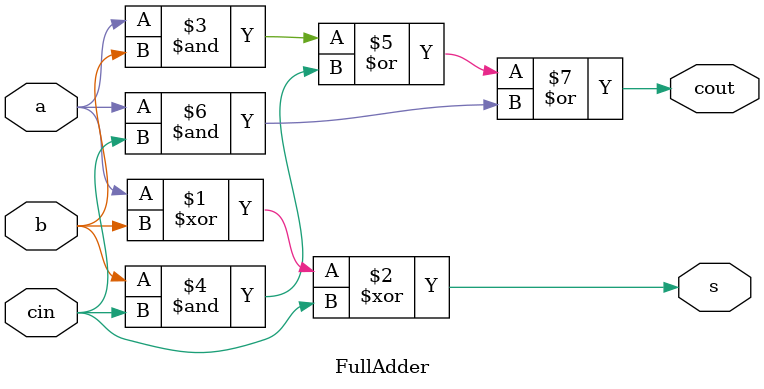
<source format=v>
module Mod7Multiplier (
    input a2, a1, a0, b2, b1, b0,
    output Z2, Z1, Z0
);
    wire P00, P01, P02, P10, P11, P12, P20, P21, P22;
    wire S20, S21, S22, C20, C21, C22;
    wire S10, C10, S11, C11, S12, C12;
    wire t0, t1, t2;
    
    // Generate partial products
    assign P00 = a0 & b0;
    assign P01 = a0 & b1;
    assign P02 = a0 & b2;
    assign P10 = a1 & b0;
    assign P11 = a1 & b1;
    assign P12 = a1 & b2;
    assign P20 = a2 & b0;
    assign P21 = a2 & b1;
    assign P22 = a2 & b2;
    
    FullAdder FA1 (.a(P00), .b(P12), .cin(P21), .s(S20), .cout(C20));
    FullAdder FA2 (.a(P01), .b(P10), .cin(P22), .s(S21), .cout(C21));
    FullAdder FA3 (.a(P02), .b(P11), .cin(P20), .s(S22), .cout(C22));
    
    HalfAdder HA1 (.a(S20), .b(C22), .sum(S10), .carry(C10));
    FullAdder FA4 (.a(C10), .b(C20), .cin(S21), .s(S11), .cout(C11));
    FullAdder FA5 (.a(C11), .b(C21), .cin(S22), .s(S12), .cout(C12));
    
    HalfAdder HA2 (.a(S10), .b(C12), .sum(Z0), .carry(t0));
    HalfAdder HA3 (.a(t0), .b(S11), .sum(Z1), .carry(t1));
    HalfAdder HA4 (.a(t1), .b(S12), .sum(Z2), .carry(t2));
    
endmodule

module HalfAdder (input a, input b, output sum, output carry);
    assign sum = a ^ b;
    assign carry = a & b;
endmodule

module FullAdder (input a, input b, input cin, output s, output cout);
    assign s = a ^ b ^ cin;
    assign cout = (a & b) | (b & cin) | (a & cin);
endmodule


</source>
